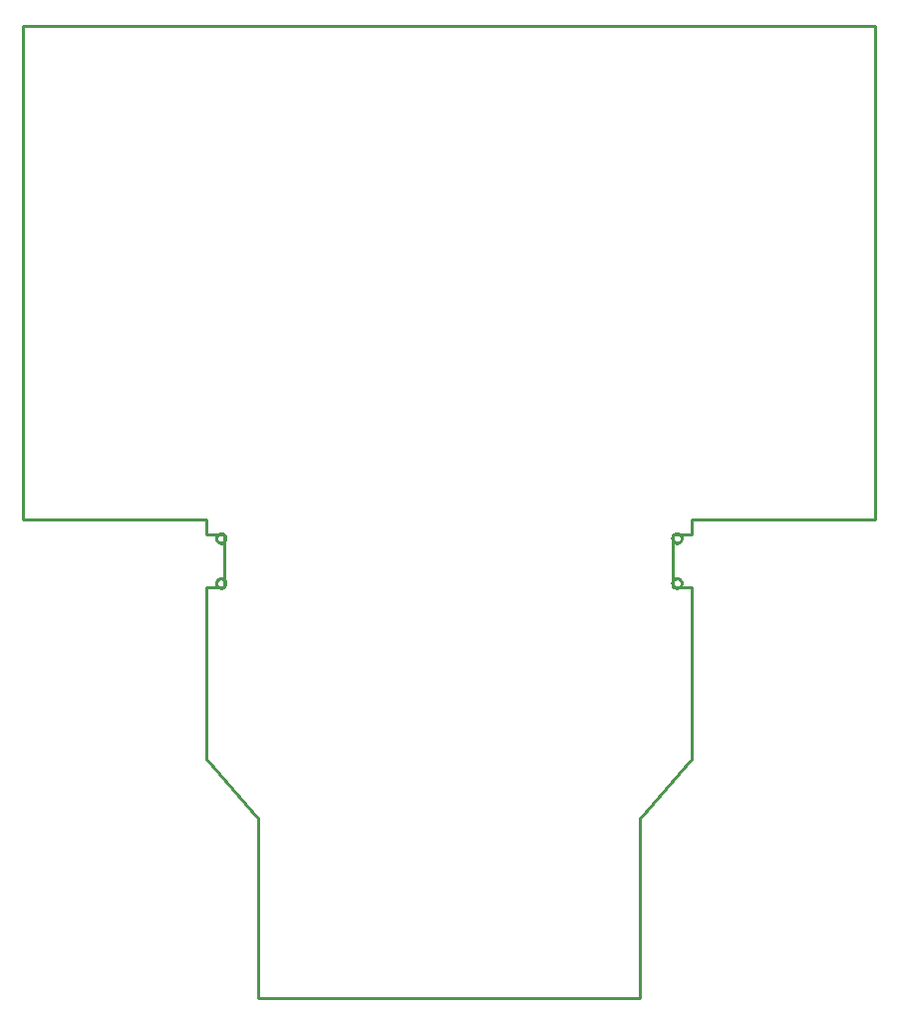
<source format=gbr>
G04 EAGLE Gerber X2 export*
%TF.Part,Single*%
%TF.FileFunction,Profile,NP*%
%TF.FilePolarity,Positive*%
%TF.GenerationSoftware,Autodesk,EAGLE,8.7.1*%
%TF.CreationDate,2021-04-04T20:08:03Z*%
G75*
%MOMM*%
%FSLAX34Y34*%
%LPD*%
%AMOC8*
5,1,8,0,0,1.08239X$1,22.5*%
G01*
%ADD10C,0.254000*%


D10*
X6350Y406400D02*
X161925Y406400D01*
X161925Y393700D01*
X177800Y393700D01*
X177800Y349250D01*
X161925Y349250D01*
X161925Y203200D01*
X206375Y152400D01*
X206375Y0D01*
X530225Y0D01*
X530225Y152400D01*
X574675Y203200D01*
X574675Y349250D01*
X558800Y349250D01*
X558800Y393700D01*
X574675Y393700D01*
X574675Y406400D01*
X730250Y406400D01*
X730250Y825500D01*
X6350Y825500D01*
X6350Y406400D01*
X557975Y390263D02*
X558043Y389743D01*
X558179Y389236D01*
X558380Y388752D01*
X558642Y388298D01*
X558961Y387882D01*
X559332Y387511D01*
X559748Y387192D01*
X560202Y386930D01*
X560686Y386729D01*
X561193Y386593D01*
X561713Y386525D01*
X562237Y386525D01*
X562757Y386593D01*
X563264Y386729D01*
X563748Y386930D01*
X564202Y387192D01*
X564618Y387511D01*
X564989Y387882D01*
X565308Y388298D01*
X565570Y388752D01*
X565771Y389236D01*
X565907Y389743D01*
X565975Y390263D01*
X565975Y390787D01*
X565907Y391307D01*
X565771Y391814D01*
X565570Y392298D01*
X565308Y392752D01*
X564989Y393168D01*
X564618Y393539D01*
X564202Y393858D01*
X563748Y394120D01*
X563264Y394321D01*
X562757Y394457D01*
X562237Y394525D01*
X561713Y394525D01*
X561193Y394457D01*
X560686Y394321D01*
X560202Y394120D01*
X559748Y393858D01*
X559332Y393539D01*
X558961Y393168D01*
X558642Y392752D01*
X558380Y392298D01*
X558179Y391814D01*
X558043Y391307D01*
X557975Y390787D01*
X557975Y390263D01*
X557975Y352163D02*
X558043Y351643D01*
X558179Y351136D01*
X558380Y350652D01*
X558642Y350198D01*
X558961Y349782D01*
X559332Y349411D01*
X559748Y349092D01*
X560202Y348830D01*
X560686Y348629D01*
X561193Y348493D01*
X561713Y348425D01*
X562237Y348425D01*
X562757Y348493D01*
X563264Y348629D01*
X563748Y348830D01*
X564202Y349092D01*
X564618Y349411D01*
X564989Y349782D01*
X565308Y350198D01*
X565570Y350652D01*
X565771Y351136D01*
X565907Y351643D01*
X565975Y352163D01*
X565975Y352687D01*
X565907Y353207D01*
X565771Y353714D01*
X565570Y354198D01*
X565308Y354652D01*
X564989Y355068D01*
X564618Y355439D01*
X564202Y355758D01*
X563748Y356020D01*
X563264Y356221D01*
X562757Y356357D01*
X562237Y356425D01*
X561713Y356425D01*
X561193Y356357D01*
X560686Y356221D01*
X560202Y356020D01*
X559748Y355758D01*
X559332Y355439D01*
X558961Y355068D01*
X558642Y354652D01*
X558380Y354198D01*
X558179Y353714D01*
X558043Y353207D01*
X557975Y352687D01*
X557975Y352163D01*
X170625Y390263D02*
X170693Y389743D01*
X170829Y389236D01*
X171030Y388752D01*
X171292Y388298D01*
X171611Y387882D01*
X171982Y387511D01*
X172398Y387192D01*
X172852Y386930D01*
X173336Y386729D01*
X173843Y386593D01*
X174363Y386525D01*
X174887Y386525D01*
X175407Y386593D01*
X175914Y386729D01*
X176398Y386930D01*
X176852Y387192D01*
X177268Y387511D01*
X177639Y387882D01*
X177958Y388298D01*
X178220Y388752D01*
X178421Y389236D01*
X178557Y389743D01*
X178625Y390263D01*
X178625Y390787D01*
X178557Y391307D01*
X178421Y391814D01*
X178220Y392298D01*
X177958Y392752D01*
X177639Y393168D01*
X177268Y393539D01*
X176852Y393858D01*
X176398Y394120D01*
X175914Y394321D01*
X175407Y394457D01*
X174887Y394525D01*
X174363Y394525D01*
X173843Y394457D01*
X173336Y394321D01*
X172852Y394120D01*
X172398Y393858D01*
X171982Y393539D01*
X171611Y393168D01*
X171292Y392752D01*
X171030Y392298D01*
X170829Y391814D01*
X170693Y391307D01*
X170625Y390787D01*
X170625Y390263D01*
X170625Y352163D02*
X170693Y351643D01*
X170829Y351136D01*
X171030Y350652D01*
X171292Y350198D01*
X171611Y349782D01*
X171982Y349411D01*
X172398Y349092D01*
X172852Y348830D01*
X173336Y348629D01*
X173843Y348493D01*
X174363Y348425D01*
X174887Y348425D01*
X175407Y348493D01*
X175914Y348629D01*
X176398Y348830D01*
X176852Y349092D01*
X177268Y349411D01*
X177639Y349782D01*
X177958Y350198D01*
X178220Y350652D01*
X178421Y351136D01*
X178557Y351643D01*
X178625Y352163D01*
X178625Y352687D01*
X178557Y353207D01*
X178421Y353714D01*
X178220Y354198D01*
X177958Y354652D01*
X177639Y355068D01*
X177268Y355439D01*
X176852Y355758D01*
X176398Y356020D01*
X175914Y356221D01*
X175407Y356357D01*
X174887Y356425D01*
X174363Y356425D01*
X173843Y356357D01*
X173336Y356221D01*
X172852Y356020D01*
X172398Y355758D01*
X171982Y355439D01*
X171611Y355068D01*
X171292Y354652D01*
X171030Y354198D01*
X170829Y353714D01*
X170693Y353207D01*
X170625Y352687D01*
X170625Y352163D01*
M02*

</source>
